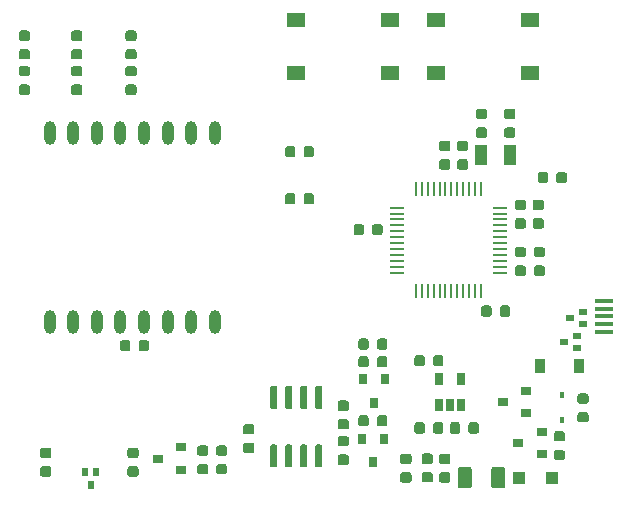
<source format=gbr>
G04 #@! TF.GenerationSoftware,KiCad,Pcbnew,5.99.0-unknown-06c979d~86~ubuntu18.04.1*
G04 #@! TF.CreationDate,2020-01-24T18:15:59+02:00*
G04 #@! TF.ProjectId,lora-bridge,6c6f7261-2d62-4726-9964-67652e6b6963,1.1*
G04 #@! TF.SameCoordinates,Original*
G04 #@! TF.FileFunction,Paste,Top*
G04 #@! TF.FilePolarity,Positive*
%FSLAX46Y46*%
G04 Gerber Fmt 4.6, Leading zero omitted, Abs format (unit mm)*
G04 Created by KiCad (PCBNEW 5.99.0-unknown-06c979d~86~ubuntu18.04.1) date 2020-01-24 18:15:59*
%MOMM*%
%LPD*%
G04 APERTURE LIST*
%ADD10R,0.450000X0.600000*%
%ADD11R,0.900000X1.200000*%
%ADD12R,0.900000X0.800000*%
%ADD13R,1.100000X1.100000*%
%ADD14R,0.660000X0.500000*%
%ADD15O,1.000000X2.000000*%
%ADD16R,0.500000X0.660000*%
%ADD17R,0.800000X0.900000*%
%ADD18R,0.650000X1.060000*%
%ADD19R,1.000000X1.800000*%
%ADD20R,1.550000X1.300000*%
%ADD21R,1.500000X0.450000*%
%ADD22R,1.300000X0.250000*%
%ADD23R,0.250000X1.300000*%
G04 APERTURE END LIST*
D10*
X140500000Y-125850000D03*
X140500000Y-127950000D03*
D11*
X141950000Y-123400000D03*
X138650000Y-123400000D03*
G36*
X119389962Y-108741651D02*
G01*
X119460930Y-108789070D01*
X119508349Y-108860038D01*
X119525000Y-108943750D01*
X119525000Y-109456250D01*
X119508349Y-109539962D01*
X119460930Y-109610930D01*
X119389962Y-109658349D01*
X119306250Y-109675000D01*
X118868750Y-109675000D01*
X118785038Y-109658349D01*
X118714070Y-109610930D01*
X118666651Y-109539962D01*
X118650000Y-109456250D01*
X118650000Y-108943750D01*
X118666651Y-108860038D01*
X118714070Y-108789070D01*
X118785038Y-108741651D01*
X118868750Y-108725000D01*
X119306250Y-108725000D01*
X119389962Y-108741651D01*
G37*
G36*
X117814962Y-108741651D02*
G01*
X117885930Y-108789070D01*
X117933349Y-108860038D01*
X117950000Y-108943750D01*
X117950000Y-109456250D01*
X117933349Y-109539962D01*
X117885930Y-109610930D01*
X117814962Y-109658349D01*
X117731250Y-109675000D01*
X117293750Y-109675000D01*
X117210038Y-109658349D01*
X117139070Y-109610930D01*
X117091651Y-109539962D01*
X117075000Y-109456250D01*
X117075000Y-108943750D01*
X117091651Y-108860038D01*
X117139070Y-108789070D01*
X117210038Y-108741651D01*
X117293750Y-108725000D01*
X117731250Y-108725000D01*
X117814962Y-108741651D01*
G37*
G36*
X139214962Y-106941651D02*
G01*
X139285930Y-106989070D01*
X139333349Y-107060038D01*
X139350000Y-107143750D01*
X139350000Y-107656250D01*
X139333349Y-107739962D01*
X139285930Y-107810930D01*
X139214962Y-107858349D01*
X139131250Y-107875000D01*
X138693750Y-107875000D01*
X138610038Y-107858349D01*
X138539070Y-107810930D01*
X138491651Y-107739962D01*
X138475000Y-107656250D01*
X138475000Y-107143750D01*
X138491651Y-107060038D01*
X138539070Y-106989070D01*
X138610038Y-106941651D01*
X138693750Y-106925000D01*
X139131250Y-106925000D01*
X139214962Y-106941651D01*
G37*
G36*
X140789962Y-106941651D02*
G01*
X140860930Y-106989070D01*
X140908349Y-107060038D01*
X140925000Y-107143750D01*
X140925000Y-107656250D01*
X140908349Y-107739962D01*
X140860930Y-107810930D01*
X140789962Y-107858349D01*
X140706250Y-107875000D01*
X140268750Y-107875000D01*
X140185038Y-107858349D01*
X140114070Y-107810930D01*
X140066651Y-107739962D01*
X140050000Y-107656250D01*
X140050000Y-107143750D01*
X140066651Y-107060038D01*
X140114070Y-106989070D01*
X140185038Y-106941651D01*
X140268750Y-106925000D01*
X140706250Y-106925000D01*
X140789962Y-106941651D01*
G37*
G36*
X135570671Y-131944030D02*
G01*
X135651777Y-131998223D01*
X135705970Y-132079329D01*
X135725000Y-132175000D01*
X135725000Y-133425000D01*
X135705970Y-133520671D01*
X135651777Y-133601777D01*
X135570671Y-133655970D01*
X135475000Y-133675000D01*
X134725000Y-133675000D01*
X134629329Y-133655970D01*
X134548223Y-133601777D01*
X134494030Y-133520671D01*
X134475000Y-133425000D01*
X134475000Y-132175000D01*
X134494030Y-132079329D01*
X134548223Y-131998223D01*
X134629329Y-131944030D01*
X134725000Y-131925000D01*
X135475000Y-131925000D01*
X135570671Y-131944030D01*
G37*
G36*
X132770671Y-131944030D02*
G01*
X132851777Y-131998223D01*
X132905970Y-132079329D01*
X132925000Y-132175000D01*
X132925000Y-133425000D01*
X132905970Y-133520671D01*
X132851777Y-133601777D01*
X132770671Y-133655970D01*
X132675000Y-133675000D01*
X131925000Y-133675000D01*
X131829329Y-133655970D01*
X131748223Y-133601777D01*
X131694030Y-133520671D01*
X131675000Y-133425000D01*
X131675000Y-132175000D01*
X131694030Y-132079329D01*
X131748223Y-131998223D01*
X131829329Y-131944030D01*
X131925000Y-131925000D01*
X132675000Y-131925000D01*
X132770671Y-131944030D01*
G37*
G36*
X142639962Y-125691651D02*
G01*
X142710930Y-125739070D01*
X142758349Y-125810038D01*
X142775000Y-125893750D01*
X142775000Y-126331250D01*
X142758349Y-126414962D01*
X142710930Y-126485930D01*
X142639962Y-126533349D01*
X142556250Y-126550000D01*
X142043750Y-126550000D01*
X141960038Y-126533349D01*
X141889070Y-126485930D01*
X141841651Y-126414962D01*
X141825000Y-126331250D01*
X141825000Y-125893750D01*
X141841651Y-125810038D01*
X141889070Y-125739070D01*
X141960038Y-125691651D01*
X142043750Y-125675000D01*
X142556250Y-125675000D01*
X142639962Y-125691651D01*
G37*
G36*
X142639962Y-127266651D02*
G01*
X142710930Y-127314070D01*
X142758349Y-127385038D01*
X142775000Y-127468750D01*
X142775000Y-127906250D01*
X142758349Y-127989962D01*
X142710930Y-128060930D01*
X142639962Y-128108349D01*
X142556250Y-128125000D01*
X142043750Y-128125000D01*
X141960038Y-128108349D01*
X141889070Y-128060930D01*
X141841651Y-127989962D01*
X141825000Y-127906250D01*
X141825000Y-127468750D01*
X141841651Y-127385038D01*
X141889070Y-127314070D01*
X141960038Y-127266651D01*
X142043750Y-127250000D01*
X142556250Y-127250000D01*
X142639962Y-127266651D01*
G37*
G36*
X140639962Y-130466651D02*
G01*
X140710930Y-130514070D01*
X140758349Y-130585038D01*
X140775000Y-130668750D01*
X140775000Y-131106250D01*
X140758349Y-131189962D01*
X140710930Y-131260930D01*
X140639962Y-131308349D01*
X140556250Y-131325000D01*
X140043750Y-131325000D01*
X139960038Y-131308349D01*
X139889070Y-131260930D01*
X139841651Y-131189962D01*
X139825000Y-131106250D01*
X139825000Y-130668750D01*
X139841651Y-130585038D01*
X139889070Y-130514070D01*
X139960038Y-130466651D01*
X140043750Y-130450000D01*
X140556250Y-130450000D01*
X140639962Y-130466651D01*
G37*
G36*
X140639962Y-128891651D02*
G01*
X140710930Y-128939070D01*
X140758349Y-129010038D01*
X140775000Y-129093750D01*
X140775000Y-129531250D01*
X140758349Y-129614962D01*
X140710930Y-129685930D01*
X140639962Y-129733349D01*
X140556250Y-129750000D01*
X140043750Y-129750000D01*
X139960038Y-129733349D01*
X139889070Y-129685930D01*
X139841651Y-129614962D01*
X139825000Y-129531250D01*
X139825000Y-129093750D01*
X139841651Y-129010038D01*
X139889070Y-128939070D01*
X139960038Y-128891651D01*
X140043750Y-128875000D01*
X140556250Y-128875000D01*
X140639962Y-128891651D01*
G37*
D12*
X135500000Y-126400000D03*
X137500000Y-125450000D03*
X137500000Y-127350000D03*
X136800000Y-129900000D03*
X138800000Y-128950000D03*
X138800000Y-130850000D03*
D13*
X139700000Y-132800000D03*
X136900000Y-132800000D03*
D14*
X142301584Y-118800000D03*
X142301584Y-119800000D03*
X141161584Y-119300000D03*
G36*
X125589962Y-121041651D02*
G01*
X125660930Y-121089070D01*
X125708349Y-121160038D01*
X125725000Y-121243750D01*
X125725000Y-121756250D01*
X125708349Y-121839962D01*
X125660930Y-121910930D01*
X125589962Y-121958349D01*
X125506250Y-121975000D01*
X125068750Y-121975000D01*
X124985038Y-121958349D01*
X124914070Y-121910930D01*
X124866651Y-121839962D01*
X124850000Y-121756250D01*
X124850000Y-121243750D01*
X124866651Y-121160038D01*
X124914070Y-121089070D01*
X124985038Y-121041651D01*
X125068750Y-121025000D01*
X125506250Y-121025000D01*
X125589962Y-121041651D01*
G37*
G36*
X124014962Y-121041651D02*
G01*
X124085930Y-121089070D01*
X124133349Y-121160038D01*
X124150000Y-121243750D01*
X124150000Y-121756250D01*
X124133349Y-121839962D01*
X124085930Y-121910930D01*
X124014962Y-121958349D01*
X123931250Y-121975000D01*
X123493750Y-121975000D01*
X123410038Y-121958349D01*
X123339070Y-121910930D01*
X123291651Y-121839962D01*
X123275000Y-121756250D01*
X123275000Y-121243750D01*
X123291651Y-121160038D01*
X123339070Y-121089070D01*
X123410038Y-121041651D01*
X123493750Y-121025000D01*
X123931250Y-121025000D01*
X124014962Y-121041651D01*
G37*
G36*
X117814962Y-104741651D02*
G01*
X117885930Y-104789070D01*
X117933349Y-104860038D01*
X117950000Y-104943750D01*
X117950000Y-105456250D01*
X117933349Y-105539962D01*
X117885930Y-105610930D01*
X117814962Y-105658349D01*
X117731250Y-105675000D01*
X117293750Y-105675000D01*
X117210038Y-105658349D01*
X117139070Y-105610930D01*
X117091651Y-105539962D01*
X117075000Y-105456250D01*
X117075000Y-104943750D01*
X117091651Y-104860038D01*
X117139070Y-104789070D01*
X117210038Y-104741651D01*
X117293750Y-104725000D01*
X117731250Y-104725000D01*
X117814962Y-104741651D01*
G37*
G36*
X119389962Y-104741651D02*
G01*
X119460930Y-104789070D01*
X119508349Y-104860038D01*
X119525000Y-104943750D01*
X119525000Y-105456250D01*
X119508349Y-105539962D01*
X119460930Y-105610930D01*
X119389962Y-105658349D01*
X119306250Y-105675000D01*
X118868750Y-105675000D01*
X118785038Y-105658349D01*
X118714070Y-105610930D01*
X118666651Y-105539962D01*
X118650000Y-105456250D01*
X118650000Y-104943750D01*
X118666651Y-104860038D01*
X118714070Y-104789070D01*
X118785038Y-104741651D01*
X118868750Y-104725000D01*
X119306250Y-104725000D01*
X119389962Y-104741651D01*
G37*
D15*
X111127284Y-119627284D03*
X109127284Y-119627284D03*
X107127284Y-119627284D03*
X105127284Y-119627284D03*
X103127284Y-119627284D03*
X101127284Y-119627284D03*
X99127284Y-119627284D03*
X97127284Y-119627284D03*
X97127284Y-103627284D03*
X99127284Y-103627284D03*
X101127284Y-103627284D03*
X103127284Y-103627284D03*
X105127284Y-103627284D03*
X107127284Y-103627284D03*
X109127284Y-103627284D03*
X111127284Y-103627284D03*
D16*
X100100000Y-132330000D03*
X101100000Y-132330000D03*
X100600000Y-133470000D03*
D17*
X124600000Y-126500000D03*
X123650000Y-124500000D03*
X125550000Y-124500000D03*
D18*
X130100000Y-126700000D03*
X131050000Y-126700000D03*
X132000000Y-126700000D03*
X132000000Y-124500000D03*
X130100000Y-124500000D03*
G36*
X124014962Y-122541651D02*
G01*
X124085930Y-122589070D01*
X124133349Y-122660038D01*
X124150000Y-122743750D01*
X124150000Y-123256250D01*
X124133349Y-123339962D01*
X124085930Y-123410930D01*
X124014962Y-123458349D01*
X123931250Y-123475000D01*
X123493750Y-123475000D01*
X123410038Y-123458349D01*
X123339070Y-123410930D01*
X123291651Y-123339962D01*
X123275000Y-123256250D01*
X123275000Y-122743750D01*
X123291651Y-122660038D01*
X123339070Y-122589070D01*
X123410038Y-122541651D01*
X123493750Y-122525000D01*
X123931250Y-122525000D01*
X124014962Y-122541651D01*
G37*
G36*
X125589962Y-122541651D02*
G01*
X125660930Y-122589070D01*
X125708349Y-122660038D01*
X125725000Y-122743750D01*
X125725000Y-123256250D01*
X125708349Y-123339962D01*
X125660930Y-123410930D01*
X125589962Y-123458349D01*
X125506250Y-123475000D01*
X125068750Y-123475000D01*
X124985038Y-123458349D01*
X124914070Y-123410930D01*
X124866651Y-123339962D01*
X124850000Y-123256250D01*
X124850000Y-122743750D01*
X124866651Y-122660038D01*
X124914070Y-122589070D01*
X124985038Y-122541651D01*
X125068750Y-122525000D01*
X125506250Y-122525000D01*
X125589962Y-122541651D01*
G37*
G36*
X104364962Y-97966651D02*
G01*
X104435930Y-98014070D01*
X104483349Y-98085038D01*
X104500000Y-98168750D01*
X104500000Y-98606250D01*
X104483349Y-98689962D01*
X104435930Y-98760930D01*
X104364962Y-98808349D01*
X104281250Y-98825000D01*
X103768750Y-98825000D01*
X103685038Y-98808349D01*
X103614070Y-98760930D01*
X103566651Y-98689962D01*
X103550000Y-98606250D01*
X103550000Y-98168750D01*
X103566651Y-98085038D01*
X103614070Y-98014070D01*
X103685038Y-97966651D01*
X103768750Y-97950000D01*
X104281250Y-97950000D01*
X104364962Y-97966651D01*
G37*
G36*
X104364962Y-99541651D02*
G01*
X104435930Y-99589070D01*
X104483349Y-99660038D01*
X104500000Y-99743750D01*
X104500000Y-100181250D01*
X104483349Y-100264962D01*
X104435930Y-100335930D01*
X104364962Y-100383349D01*
X104281250Y-100400000D01*
X103768750Y-100400000D01*
X103685038Y-100383349D01*
X103614070Y-100335930D01*
X103566651Y-100264962D01*
X103550000Y-100181250D01*
X103550000Y-99743750D01*
X103566651Y-99660038D01*
X103614070Y-99589070D01*
X103685038Y-99541651D01*
X103768750Y-99525000D01*
X104281250Y-99525000D01*
X104364962Y-99541651D01*
G37*
G36*
X95339962Y-97966651D02*
G01*
X95410930Y-98014070D01*
X95458349Y-98085038D01*
X95475000Y-98168750D01*
X95475000Y-98606250D01*
X95458349Y-98689962D01*
X95410930Y-98760930D01*
X95339962Y-98808349D01*
X95256250Y-98825000D01*
X94743750Y-98825000D01*
X94660038Y-98808349D01*
X94589070Y-98760930D01*
X94541651Y-98689962D01*
X94525000Y-98606250D01*
X94525000Y-98168750D01*
X94541651Y-98085038D01*
X94589070Y-98014070D01*
X94660038Y-97966651D01*
X94743750Y-97950000D01*
X95256250Y-97950000D01*
X95339962Y-97966651D01*
G37*
G36*
X95339962Y-99541651D02*
G01*
X95410930Y-99589070D01*
X95458349Y-99660038D01*
X95475000Y-99743750D01*
X95475000Y-100181250D01*
X95458349Y-100264962D01*
X95410930Y-100335930D01*
X95339962Y-100383349D01*
X95256250Y-100400000D01*
X94743750Y-100400000D01*
X94660038Y-100383349D01*
X94589070Y-100335930D01*
X94541651Y-100264962D01*
X94525000Y-100181250D01*
X94525000Y-99743750D01*
X94541651Y-99660038D01*
X94589070Y-99589070D01*
X94660038Y-99541651D01*
X94743750Y-99525000D01*
X95256250Y-99525000D01*
X95339962Y-99541651D01*
G37*
G36*
X99764962Y-97966651D02*
G01*
X99835930Y-98014070D01*
X99883349Y-98085038D01*
X99900000Y-98168750D01*
X99900000Y-98606250D01*
X99883349Y-98689962D01*
X99835930Y-98760930D01*
X99764962Y-98808349D01*
X99681250Y-98825000D01*
X99168750Y-98825000D01*
X99085038Y-98808349D01*
X99014070Y-98760930D01*
X98966651Y-98689962D01*
X98950000Y-98606250D01*
X98950000Y-98168750D01*
X98966651Y-98085038D01*
X99014070Y-98014070D01*
X99085038Y-97966651D01*
X99168750Y-97950000D01*
X99681250Y-97950000D01*
X99764962Y-97966651D01*
G37*
G36*
X99764962Y-99541651D02*
G01*
X99835930Y-99589070D01*
X99883349Y-99660038D01*
X99900000Y-99743750D01*
X99900000Y-100181250D01*
X99883349Y-100264962D01*
X99835930Y-100335930D01*
X99764962Y-100383349D01*
X99681250Y-100400000D01*
X99168750Y-100400000D01*
X99085038Y-100383349D01*
X99014070Y-100335930D01*
X98966651Y-100264962D01*
X98950000Y-100181250D01*
X98950000Y-99743750D01*
X98966651Y-99660038D01*
X99014070Y-99589070D01*
X99085038Y-99541651D01*
X99168750Y-99525000D01*
X99681250Y-99525000D01*
X99764962Y-99541651D01*
G37*
G36*
X104364962Y-96541651D02*
G01*
X104435930Y-96589070D01*
X104483349Y-96660038D01*
X104500000Y-96743750D01*
X104500000Y-97181250D01*
X104483349Y-97264962D01*
X104435930Y-97335930D01*
X104364962Y-97383349D01*
X104281250Y-97400000D01*
X103768750Y-97400000D01*
X103685038Y-97383349D01*
X103614070Y-97335930D01*
X103566651Y-97264962D01*
X103550000Y-97181250D01*
X103550000Y-96743750D01*
X103566651Y-96660038D01*
X103614070Y-96589070D01*
X103685038Y-96541651D01*
X103768750Y-96525000D01*
X104281250Y-96525000D01*
X104364962Y-96541651D01*
G37*
G36*
X104364962Y-94966651D02*
G01*
X104435930Y-95014070D01*
X104483349Y-95085038D01*
X104500000Y-95168750D01*
X104500000Y-95606250D01*
X104483349Y-95689962D01*
X104435930Y-95760930D01*
X104364962Y-95808349D01*
X104281250Y-95825000D01*
X103768750Y-95825000D01*
X103685038Y-95808349D01*
X103614070Y-95760930D01*
X103566651Y-95689962D01*
X103550000Y-95606250D01*
X103550000Y-95168750D01*
X103566651Y-95085038D01*
X103614070Y-95014070D01*
X103685038Y-94966651D01*
X103768750Y-94950000D01*
X104281250Y-94950000D01*
X104364962Y-94966651D01*
G37*
G36*
X95339962Y-96541651D02*
G01*
X95410930Y-96589070D01*
X95458349Y-96660038D01*
X95475000Y-96743750D01*
X95475000Y-97181250D01*
X95458349Y-97264962D01*
X95410930Y-97335930D01*
X95339962Y-97383349D01*
X95256250Y-97400000D01*
X94743750Y-97400000D01*
X94660038Y-97383349D01*
X94589070Y-97335930D01*
X94541651Y-97264962D01*
X94525000Y-97181250D01*
X94525000Y-96743750D01*
X94541651Y-96660038D01*
X94589070Y-96589070D01*
X94660038Y-96541651D01*
X94743750Y-96525000D01*
X95256250Y-96525000D01*
X95339962Y-96541651D01*
G37*
G36*
X95339962Y-94966651D02*
G01*
X95410930Y-95014070D01*
X95458349Y-95085038D01*
X95475000Y-95168750D01*
X95475000Y-95606250D01*
X95458349Y-95689962D01*
X95410930Y-95760930D01*
X95339962Y-95808349D01*
X95256250Y-95825000D01*
X94743750Y-95825000D01*
X94660038Y-95808349D01*
X94589070Y-95760930D01*
X94541651Y-95689962D01*
X94525000Y-95606250D01*
X94525000Y-95168750D01*
X94541651Y-95085038D01*
X94589070Y-95014070D01*
X94660038Y-94966651D01*
X94743750Y-94950000D01*
X95256250Y-94950000D01*
X95339962Y-94966651D01*
G37*
G36*
X99764963Y-96541651D02*
G01*
X99835931Y-96589070D01*
X99883350Y-96660038D01*
X99900001Y-96743750D01*
X99900001Y-97181250D01*
X99883350Y-97264962D01*
X99835931Y-97335930D01*
X99764963Y-97383349D01*
X99681251Y-97400000D01*
X99168751Y-97400000D01*
X99085039Y-97383349D01*
X99014071Y-97335930D01*
X98966652Y-97264962D01*
X98950001Y-97181250D01*
X98950001Y-96743750D01*
X98966652Y-96660038D01*
X99014071Y-96589070D01*
X99085039Y-96541651D01*
X99168751Y-96525000D01*
X99681251Y-96525000D01*
X99764963Y-96541651D01*
G37*
G36*
X99764963Y-94966651D02*
G01*
X99835931Y-95014070D01*
X99883350Y-95085038D01*
X99900001Y-95168750D01*
X99900001Y-95606250D01*
X99883350Y-95689962D01*
X99835931Y-95760930D01*
X99764963Y-95808349D01*
X99681251Y-95825000D01*
X99168751Y-95825000D01*
X99085039Y-95808349D01*
X99014071Y-95760930D01*
X98966652Y-95689962D01*
X98950001Y-95606250D01*
X98950001Y-95168750D01*
X98966652Y-95085038D01*
X99014071Y-95014070D01*
X99085039Y-94966651D01*
X99168751Y-94950000D01*
X99681251Y-94950000D01*
X99764963Y-94966651D01*
G37*
G36*
X130939962Y-104291651D02*
G01*
X131010930Y-104339070D01*
X131058349Y-104410038D01*
X131075000Y-104493750D01*
X131075000Y-104931250D01*
X131058349Y-105014962D01*
X131010930Y-105085930D01*
X130939962Y-105133349D01*
X130856250Y-105150000D01*
X130343750Y-105150000D01*
X130260038Y-105133349D01*
X130189070Y-105085930D01*
X130141651Y-105014962D01*
X130125000Y-104931250D01*
X130125000Y-104493750D01*
X130141651Y-104410038D01*
X130189070Y-104339070D01*
X130260038Y-104291651D01*
X130343750Y-104275000D01*
X130856250Y-104275000D01*
X130939962Y-104291651D01*
G37*
G36*
X130939962Y-105866651D02*
G01*
X131010930Y-105914070D01*
X131058349Y-105985038D01*
X131075000Y-106068750D01*
X131075000Y-106506250D01*
X131058349Y-106589962D01*
X131010930Y-106660930D01*
X130939962Y-106708349D01*
X130856250Y-106725000D01*
X130343750Y-106725000D01*
X130260038Y-106708349D01*
X130189070Y-106660930D01*
X130141651Y-106589962D01*
X130125000Y-106506250D01*
X130125000Y-106068750D01*
X130141651Y-105985038D01*
X130189070Y-105914070D01*
X130260038Y-105866651D01*
X130343750Y-105850000D01*
X130856250Y-105850000D01*
X130939962Y-105866651D01*
G37*
G36*
X129439962Y-130781651D02*
G01*
X129510930Y-130829070D01*
X129558349Y-130900038D01*
X129575000Y-130983750D01*
X129575000Y-131421250D01*
X129558349Y-131504962D01*
X129510930Y-131575930D01*
X129439962Y-131623349D01*
X129356250Y-131640000D01*
X128843750Y-131640000D01*
X128760038Y-131623349D01*
X128689070Y-131575930D01*
X128641651Y-131504962D01*
X128625000Y-131421250D01*
X128625000Y-130983750D01*
X128641651Y-130900038D01*
X128689070Y-130829070D01*
X128760038Y-130781651D01*
X128843750Y-130765000D01*
X129356250Y-130765000D01*
X129439962Y-130781651D01*
G37*
G36*
X129439962Y-132356651D02*
G01*
X129510930Y-132404070D01*
X129558349Y-132475038D01*
X129575000Y-132558750D01*
X129575000Y-132996250D01*
X129558349Y-133079962D01*
X129510930Y-133150930D01*
X129439962Y-133198349D01*
X129356250Y-133215000D01*
X128843750Y-133215000D01*
X128760038Y-133198349D01*
X128689070Y-133150930D01*
X128641651Y-133079962D01*
X128625000Y-132996250D01*
X128625000Y-132558750D01*
X128641651Y-132475038D01*
X128689070Y-132404070D01*
X128760038Y-132356651D01*
X128843750Y-132340000D01*
X129356250Y-132340000D01*
X129439962Y-132356651D01*
G37*
G36*
X127639962Y-130791651D02*
G01*
X127710930Y-130839070D01*
X127758349Y-130910038D01*
X127775000Y-130993750D01*
X127775000Y-131431250D01*
X127758349Y-131514962D01*
X127710930Y-131585930D01*
X127639962Y-131633349D01*
X127556250Y-131650000D01*
X127043750Y-131650000D01*
X126960038Y-131633349D01*
X126889070Y-131585930D01*
X126841651Y-131514962D01*
X126825000Y-131431250D01*
X126825000Y-130993750D01*
X126841651Y-130910038D01*
X126889070Y-130839070D01*
X126960038Y-130791651D01*
X127043750Y-130775000D01*
X127556250Y-130775000D01*
X127639962Y-130791651D01*
G37*
G36*
X127639962Y-132366651D02*
G01*
X127710930Y-132414070D01*
X127758349Y-132485038D01*
X127775000Y-132568750D01*
X127775000Y-133006250D01*
X127758349Y-133089962D01*
X127710930Y-133160930D01*
X127639962Y-133208349D01*
X127556250Y-133225000D01*
X127043750Y-133225000D01*
X126960038Y-133208349D01*
X126889070Y-133160930D01*
X126841651Y-133089962D01*
X126825000Y-133006250D01*
X126825000Y-132568750D01*
X126841651Y-132485038D01*
X126889070Y-132414070D01*
X126960038Y-132366651D01*
X127043750Y-132350000D01*
X127556250Y-132350000D01*
X127639962Y-132366651D01*
G37*
G36*
X130939962Y-132366651D02*
G01*
X131010930Y-132414070D01*
X131058349Y-132485038D01*
X131075000Y-132568750D01*
X131075000Y-133006250D01*
X131058349Y-133089962D01*
X131010930Y-133160930D01*
X130939962Y-133208349D01*
X130856250Y-133225000D01*
X130343750Y-133225000D01*
X130260038Y-133208349D01*
X130189070Y-133160930D01*
X130141651Y-133089962D01*
X130125000Y-133006250D01*
X130125000Y-132568750D01*
X130141651Y-132485038D01*
X130189070Y-132414070D01*
X130260038Y-132366651D01*
X130343750Y-132350000D01*
X130856250Y-132350000D01*
X130939962Y-132366651D01*
G37*
G36*
X130939962Y-130791651D02*
G01*
X131010930Y-130839070D01*
X131058349Y-130910038D01*
X131075000Y-130993750D01*
X131075000Y-131431250D01*
X131058349Y-131514962D01*
X131010930Y-131585930D01*
X130939962Y-131633349D01*
X130856250Y-131650000D01*
X130343750Y-131650000D01*
X130260038Y-131633349D01*
X130189070Y-131585930D01*
X130141651Y-131514962D01*
X130125000Y-131431250D01*
X130125000Y-130993750D01*
X130141651Y-130910038D01*
X130189070Y-130839070D01*
X130260038Y-130791651D01*
X130343750Y-130775000D01*
X130856250Y-130775000D01*
X130939962Y-130791651D01*
G37*
G36*
X124014962Y-127541651D02*
G01*
X124085930Y-127589070D01*
X124133349Y-127660038D01*
X124150000Y-127743750D01*
X124150000Y-128256250D01*
X124133349Y-128339962D01*
X124085930Y-128410930D01*
X124014962Y-128458349D01*
X123931250Y-128475000D01*
X123493750Y-128475000D01*
X123410038Y-128458349D01*
X123339070Y-128410930D01*
X123291651Y-128339962D01*
X123275000Y-128256250D01*
X123275000Y-127743750D01*
X123291651Y-127660038D01*
X123339070Y-127589070D01*
X123410038Y-127541651D01*
X123493750Y-127525000D01*
X123931250Y-127525000D01*
X124014962Y-127541651D01*
G37*
G36*
X125589962Y-127541651D02*
G01*
X125660930Y-127589070D01*
X125708349Y-127660038D01*
X125725000Y-127743750D01*
X125725000Y-128256250D01*
X125708349Y-128339962D01*
X125660930Y-128410930D01*
X125589962Y-128458349D01*
X125506250Y-128475000D01*
X125068750Y-128475000D01*
X124985038Y-128458349D01*
X124914070Y-128410930D01*
X124866651Y-128339962D01*
X124850000Y-128256250D01*
X124850000Y-127743750D01*
X124866651Y-127660038D01*
X124914070Y-127589070D01*
X124985038Y-127541651D01*
X125068750Y-127525000D01*
X125506250Y-127525000D01*
X125589962Y-127541651D01*
G37*
D17*
X124500000Y-131500000D03*
X123550000Y-129500000D03*
X125450000Y-129500000D03*
D19*
X133650001Y-105500001D03*
X136150001Y-105500001D03*
G36*
X120112403Y-130011418D02*
G01*
X120161066Y-130043934D01*
X120193582Y-130092597D01*
X120205000Y-130150000D01*
X120205000Y-131800000D01*
X120193582Y-131857403D01*
X120161066Y-131906066D01*
X120112403Y-131938582D01*
X120055000Y-131950000D01*
X119755000Y-131950000D01*
X119697597Y-131938582D01*
X119648934Y-131906066D01*
X119616418Y-131857403D01*
X119605000Y-131800000D01*
X119605000Y-130150000D01*
X119616418Y-130092597D01*
X119648934Y-130043934D01*
X119697597Y-130011418D01*
X119755000Y-130000000D01*
X120055000Y-130000000D01*
X120112403Y-130011418D01*
G37*
G36*
X118842403Y-130011418D02*
G01*
X118891066Y-130043934D01*
X118923582Y-130092597D01*
X118935000Y-130150000D01*
X118935000Y-131800000D01*
X118923582Y-131857403D01*
X118891066Y-131906066D01*
X118842403Y-131938582D01*
X118785000Y-131950000D01*
X118485000Y-131950000D01*
X118427597Y-131938582D01*
X118378934Y-131906066D01*
X118346418Y-131857403D01*
X118335000Y-131800000D01*
X118335000Y-130150000D01*
X118346418Y-130092597D01*
X118378934Y-130043934D01*
X118427597Y-130011418D01*
X118485000Y-130000000D01*
X118785000Y-130000000D01*
X118842403Y-130011418D01*
G37*
G36*
X117572403Y-130011418D02*
G01*
X117621066Y-130043934D01*
X117653582Y-130092597D01*
X117665000Y-130150000D01*
X117665000Y-131800000D01*
X117653582Y-131857403D01*
X117621066Y-131906066D01*
X117572403Y-131938582D01*
X117515000Y-131950000D01*
X117215000Y-131950000D01*
X117157597Y-131938582D01*
X117108934Y-131906066D01*
X117076418Y-131857403D01*
X117065000Y-131800000D01*
X117065000Y-130150000D01*
X117076418Y-130092597D01*
X117108934Y-130043934D01*
X117157597Y-130011418D01*
X117215000Y-130000000D01*
X117515000Y-130000000D01*
X117572403Y-130011418D01*
G37*
G36*
X116302403Y-130011418D02*
G01*
X116351066Y-130043934D01*
X116383582Y-130092597D01*
X116395000Y-130150000D01*
X116395000Y-131800000D01*
X116383582Y-131857403D01*
X116351066Y-131906066D01*
X116302403Y-131938582D01*
X116245000Y-131950000D01*
X115945000Y-131950000D01*
X115887597Y-131938582D01*
X115838934Y-131906066D01*
X115806418Y-131857403D01*
X115795000Y-131800000D01*
X115795000Y-130150000D01*
X115806418Y-130092597D01*
X115838934Y-130043934D01*
X115887597Y-130011418D01*
X115945000Y-130000000D01*
X116245000Y-130000000D01*
X116302403Y-130011418D01*
G37*
G36*
X116302403Y-125061418D02*
G01*
X116351066Y-125093934D01*
X116383582Y-125142597D01*
X116395000Y-125200000D01*
X116395000Y-126850000D01*
X116383582Y-126907403D01*
X116351066Y-126956066D01*
X116302403Y-126988582D01*
X116245000Y-127000000D01*
X115945000Y-127000000D01*
X115887597Y-126988582D01*
X115838934Y-126956066D01*
X115806418Y-126907403D01*
X115795000Y-126850000D01*
X115795000Y-125200000D01*
X115806418Y-125142597D01*
X115838934Y-125093934D01*
X115887597Y-125061418D01*
X115945000Y-125050000D01*
X116245000Y-125050000D01*
X116302403Y-125061418D01*
G37*
G36*
X117572403Y-125061418D02*
G01*
X117621066Y-125093934D01*
X117653582Y-125142597D01*
X117665000Y-125200000D01*
X117665000Y-126850000D01*
X117653582Y-126907403D01*
X117621066Y-126956066D01*
X117572403Y-126988582D01*
X117515000Y-127000000D01*
X117215000Y-127000000D01*
X117157597Y-126988582D01*
X117108934Y-126956066D01*
X117076418Y-126907403D01*
X117065000Y-126850000D01*
X117065000Y-125200000D01*
X117076418Y-125142597D01*
X117108934Y-125093934D01*
X117157597Y-125061418D01*
X117215000Y-125050000D01*
X117515000Y-125050000D01*
X117572403Y-125061418D01*
G37*
G36*
X118842403Y-125061418D02*
G01*
X118891066Y-125093934D01*
X118923582Y-125142597D01*
X118935000Y-125200000D01*
X118935000Y-126850000D01*
X118923582Y-126907403D01*
X118891066Y-126956066D01*
X118842403Y-126988582D01*
X118785000Y-127000000D01*
X118485000Y-127000000D01*
X118427597Y-126988582D01*
X118378934Y-126956066D01*
X118346418Y-126907403D01*
X118335000Y-126850000D01*
X118335000Y-125200000D01*
X118346418Y-125142597D01*
X118378934Y-125093934D01*
X118427597Y-125061418D01*
X118485000Y-125050000D01*
X118785000Y-125050000D01*
X118842403Y-125061418D01*
G37*
G36*
X120112403Y-125061418D02*
G01*
X120161066Y-125093934D01*
X120193582Y-125142597D01*
X120205000Y-125200000D01*
X120205000Y-126850000D01*
X120193582Y-126907403D01*
X120161066Y-126956066D01*
X120112403Y-126988582D01*
X120055000Y-127000000D01*
X119755000Y-127000000D01*
X119697597Y-126988582D01*
X119648934Y-126956066D01*
X119616418Y-126907403D01*
X119605000Y-126850000D01*
X119605000Y-125200000D01*
X119616418Y-125142597D01*
X119648934Y-125093934D01*
X119697597Y-125061418D01*
X119755000Y-125050000D01*
X120055000Y-125050000D01*
X120112403Y-125061418D01*
G37*
D20*
X137775000Y-98550000D03*
X137775000Y-94050000D03*
X129825000Y-94050000D03*
X129825000Y-98550000D03*
X125975000Y-98550000D03*
X125975000Y-94050000D03*
X118025000Y-94050000D03*
X118025000Y-98550000D03*
G36*
X114339962Y-129866651D02*
G01*
X114410930Y-129914070D01*
X114458349Y-129985038D01*
X114475000Y-130068750D01*
X114475000Y-130506250D01*
X114458349Y-130589962D01*
X114410930Y-130660930D01*
X114339962Y-130708349D01*
X114256250Y-130725000D01*
X113743750Y-130725000D01*
X113660038Y-130708349D01*
X113589070Y-130660930D01*
X113541651Y-130589962D01*
X113525000Y-130506250D01*
X113525000Y-130068750D01*
X113541651Y-129985038D01*
X113589070Y-129914070D01*
X113660038Y-129866651D01*
X113743750Y-129850000D01*
X114256250Y-129850000D01*
X114339962Y-129866651D01*
G37*
G36*
X114339962Y-128291651D02*
G01*
X114410930Y-128339070D01*
X114458349Y-128410038D01*
X114475000Y-128493750D01*
X114475000Y-128931250D01*
X114458349Y-129014962D01*
X114410930Y-129085930D01*
X114339962Y-129133349D01*
X114256250Y-129150000D01*
X113743750Y-129150000D01*
X113660038Y-129133349D01*
X113589070Y-129085930D01*
X113541651Y-129014962D01*
X113525000Y-128931250D01*
X113525000Y-128493750D01*
X113541651Y-128410038D01*
X113589070Y-128339070D01*
X113660038Y-128291651D01*
X113743750Y-128275000D01*
X114256250Y-128275000D01*
X114339962Y-128291651D01*
G37*
G36*
X104539962Y-131866650D02*
G01*
X104610930Y-131914069D01*
X104658349Y-131985037D01*
X104675000Y-132068749D01*
X104675000Y-132506249D01*
X104658349Y-132589961D01*
X104610930Y-132660929D01*
X104539962Y-132708348D01*
X104456250Y-132724999D01*
X103943750Y-132724999D01*
X103860038Y-132708348D01*
X103789070Y-132660929D01*
X103741651Y-132589961D01*
X103725000Y-132506249D01*
X103725000Y-132068749D01*
X103741651Y-131985037D01*
X103789070Y-131914069D01*
X103860038Y-131866650D01*
X103943750Y-131849999D01*
X104456250Y-131849999D01*
X104539962Y-131866650D01*
G37*
G36*
X104539962Y-130291650D02*
G01*
X104610930Y-130339069D01*
X104658349Y-130410037D01*
X104675000Y-130493749D01*
X104675000Y-130931249D01*
X104658349Y-131014961D01*
X104610930Y-131085929D01*
X104539962Y-131133348D01*
X104456250Y-131149999D01*
X103943750Y-131149999D01*
X103860038Y-131133348D01*
X103789070Y-131085929D01*
X103741651Y-131014961D01*
X103725000Y-130931249D01*
X103725000Y-130493749D01*
X103741651Y-130410037D01*
X103789070Y-130339069D01*
X103860038Y-130291650D01*
X103943750Y-130274999D01*
X104456250Y-130274999D01*
X104539962Y-130291650D01*
G37*
G36*
X97139962Y-131866651D02*
G01*
X97210930Y-131914070D01*
X97258349Y-131985038D01*
X97275000Y-132068750D01*
X97275000Y-132506250D01*
X97258349Y-132589962D01*
X97210930Y-132660930D01*
X97139962Y-132708349D01*
X97056250Y-132725000D01*
X96543750Y-132725000D01*
X96460038Y-132708349D01*
X96389070Y-132660930D01*
X96341651Y-132589962D01*
X96325000Y-132506250D01*
X96325000Y-132068750D01*
X96341651Y-131985038D01*
X96389070Y-131914070D01*
X96460038Y-131866651D01*
X96543750Y-131850000D01*
X97056250Y-131850000D01*
X97139962Y-131866651D01*
G37*
G36*
X97139962Y-130291651D02*
G01*
X97210930Y-130339070D01*
X97258349Y-130410038D01*
X97275000Y-130493750D01*
X97275000Y-130931250D01*
X97258349Y-131014962D01*
X97210930Y-131085930D01*
X97139962Y-131133349D01*
X97056250Y-131150000D01*
X96543750Y-131150000D01*
X96460038Y-131133349D01*
X96389070Y-131085930D01*
X96341651Y-131014962D01*
X96325000Y-130931250D01*
X96325000Y-130493750D01*
X96341651Y-130410038D01*
X96389070Y-130339070D01*
X96460038Y-130291651D01*
X96543750Y-130275000D01*
X97056250Y-130275000D01*
X97139962Y-130291651D01*
G37*
G36*
X112039961Y-130091651D02*
G01*
X112110929Y-130139070D01*
X112158348Y-130210038D01*
X112174999Y-130293750D01*
X112174999Y-130731250D01*
X112158348Y-130814962D01*
X112110929Y-130885930D01*
X112039961Y-130933349D01*
X111956249Y-130950000D01*
X111443749Y-130950000D01*
X111360037Y-130933349D01*
X111289069Y-130885930D01*
X111241650Y-130814962D01*
X111224999Y-130731250D01*
X111224999Y-130293750D01*
X111241650Y-130210038D01*
X111289069Y-130139070D01*
X111360037Y-130091651D01*
X111443749Y-130075000D01*
X111956249Y-130075000D01*
X112039961Y-130091651D01*
G37*
G36*
X112039961Y-131666651D02*
G01*
X112110929Y-131714070D01*
X112158348Y-131785038D01*
X112174999Y-131868750D01*
X112174999Y-132306250D01*
X112158348Y-132389962D01*
X112110929Y-132460930D01*
X112039961Y-132508349D01*
X111956249Y-132525000D01*
X111443749Y-132525000D01*
X111360037Y-132508349D01*
X111289069Y-132460930D01*
X111241650Y-132389962D01*
X111224999Y-132306250D01*
X111224999Y-131868750D01*
X111241650Y-131785038D01*
X111289069Y-131714070D01*
X111360037Y-131666651D01*
X111443749Y-131650000D01*
X111956249Y-131650000D01*
X112039961Y-131666651D01*
G37*
G36*
X110439962Y-130091650D02*
G01*
X110510930Y-130139069D01*
X110558349Y-130210037D01*
X110575000Y-130293749D01*
X110575000Y-130731249D01*
X110558349Y-130814961D01*
X110510930Y-130885929D01*
X110439962Y-130933348D01*
X110356250Y-130949999D01*
X109843750Y-130949999D01*
X109760038Y-130933348D01*
X109689070Y-130885929D01*
X109641651Y-130814961D01*
X109625000Y-130731249D01*
X109625000Y-130293749D01*
X109641651Y-130210037D01*
X109689070Y-130139069D01*
X109760038Y-130091650D01*
X109843750Y-130074999D01*
X110356250Y-130074999D01*
X110439962Y-130091650D01*
G37*
G36*
X110439962Y-131666650D02*
G01*
X110510930Y-131714069D01*
X110558349Y-131785037D01*
X110575000Y-131868749D01*
X110575000Y-132306249D01*
X110558349Y-132389961D01*
X110510930Y-132460929D01*
X110439962Y-132508348D01*
X110356250Y-132524999D01*
X109843750Y-132524999D01*
X109760038Y-132508348D01*
X109689070Y-132460929D01*
X109641651Y-132389961D01*
X109625000Y-132306249D01*
X109625000Y-131868749D01*
X109641651Y-131785037D01*
X109689070Y-131714069D01*
X109760038Y-131666650D01*
X109843750Y-131649999D01*
X110356250Y-131649999D01*
X110439962Y-131666650D01*
G37*
G36*
X122339962Y-126291651D02*
G01*
X122410930Y-126339070D01*
X122458349Y-126410038D01*
X122475000Y-126493750D01*
X122475000Y-126931250D01*
X122458349Y-127014962D01*
X122410930Y-127085930D01*
X122339962Y-127133349D01*
X122256250Y-127150000D01*
X121743750Y-127150000D01*
X121660038Y-127133349D01*
X121589070Y-127085930D01*
X121541651Y-127014962D01*
X121525000Y-126931250D01*
X121525000Y-126493750D01*
X121541651Y-126410038D01*
X121589070Y-126339070D01*
X121660038Y-126291651D01*
X121743750Y-126275000D01*
X122256250Y-126275000D01*
X122339962Y-126291651D01*
G37*
G36*
X122339962Y-127866651D02*
G01*
X122410930Y-127914070D01*
X122458349Y-127985038D01*
X122475000Y-128068750D01*
X122475000Y-128506250D01*
X122458349Y-128589962D01*
X122410930Y-128660930D01*
X122339962Y-128708349D01*
X122256250Y-128725000D01*
X121743750Y-128725000D01*
X121660038Y-128708349D01*
X121589070Y-128660930D01*
X121541651Y-128589962D01*
X121525000Y-128506250D01*
X121525000Y-128068750D01*
X121541651Y-127985038D01*
X121589070Y-127914070D01*
X121660038Y-127866651D01*
X121743750Y-127850000D01*
X122256250Y-127850000D01*
X122339962Y-127866651D01*
G37*
G36*
X138939962Y-113291651D02*
G01*
X139010930Y-113339070D01*
X139058349Y-113410038D01*
X139075000Y-113493750D01*
X139075000Y-113931250D01*
X139058349Y-114014962D01*
X139010930Y-114085930D01*
X138939962Y-114133349D01*
X138856250Y-114150000D01*
X138343750Y-114150000D01*
X138260038Y-114133349D01*
X138189070Y-114085930D01*
X138141651Y-114014962D01*
X138125000Y-113931250D01*
X138125000Y-113493750D01*
X138141651Y-113410038D01*
X138189070Y-113339070D01*
X138260038Y-113291651D01*
X138343750Y-113275000D01*
X138856250Y-113275000D01*
X138939962Y-113291651D01*
G37*
G36*
X138939962Y-114866651D02*
G01*
X139010930Y-114914070D01*
X139058349Y-114985038D01*
X139075000Y-115068750D01*
X139075000Y-115506250D01*
X139058349Y-115589962D01*
X139010930Y-115660930D01*
X138939962Y-115708349D01*
X138856250Y-115725000D01*
X138343750Y-115725000D01*
X138260038Y-115708349D01*
X138189070Y-115660930D01*
X138141651Y-115589962D01*
X138125000Y-115506250D01*
X138125000Y-115068750D01*
X138141651Y-114985038D01*
X138189070Y-114914070D01*
X138260038Y-114866651D01*
X138343750Y-114850000D01*
X138856250Y-114850000D01*
X138939962Y-114866651D01*
G37*
D12*
X106300000Y-131200000D03*
X108300000Y-130250000D03*
X108300000Y-132150000D03*
D21*
X144055000Y-119150000D03*
X144055000Y-118500000D03*
X144055000Y-119800000D03*
X144055000Y-117850000D03*
X144055000Y-120450000D03*
D14*
X141801584Y-120800000D03*
X141801584Y-121800000D03*
X140661584Y-121300000D03*
G36*
X133339962Y-128141651D02*
G01*
X133410930Y-128189070D01*
X133458349Y-128260038D01*
X133475000Y-128343750D01*
X133475000Y-128856250D01*
X133458349Y-128939962D01*
X133410930Y-129010930D01*
X133339962Y-129058349D01*
X133256250Y-129075000D01*
X132818750Y-129075000D01*
X132735038Y-129058349D01*
X132664070Y-129010930D01*
X132616651Y-128939962D01*
X132600000Y-128856250D01*
X132600000Y-128343750D01*
X132616651Y-128260038D01*
X132664070Y-128189070D01*
X132735038Y-128141651D01*
X132818750Y-128125000D01*
X133256250Y-128125000D01*
X133339962Y-128141651D01*
G37*
G36*
X131764962Y-128141651D02*
G01*
X131835930Y-128189070D01*
X131883349Y-128260038D01*
X131900000Y-128343750D01*
X131900000Y-128856250D01*
X131883349Y-128939962D01*
X131835930Y-129010930D01*
X131764962Y-129058349D01*
X131681250Y-129075000D01*
X131243750Y-129075000D01*
X131160038Y-129058349D01*
X131089070Y-129010930D01*
X131041651Y-128939962D01*
X131025000Y-128856250D01*
X131025000Y-128343750D01*
X131041651Y-128260038D01*
X131089070Y-128189070D01*
X131160038Y-128141651D01*
X131243750Y-128125000D01*
X131681250Y-128125000D01*
X131764962Y-128141651D01*
G37*
G36*
X122339962Y-129291651D02*
G01*
X122410930Y-129339070D01*
X122458349Y-129410038D01*
X122475000Y-129493750D01*
X122475000Y-129931250D01*
X122458349Y-130014962D01*
X122410930Y-130085930D01*
X122339962Y-130133349D01*
X122256250Y-130150000D01*
X121743750Y-130150000D01*
X121660038Y-130133349D01*
X121589070Y-130085930D01*
X121541651Y-130014962D01*
X121525000Y-129931250D01*
X121525000Y-129493750D01*
X121541651Y-129410038D01*
X121589070Y-129339070D01*
X121660038Y-129291651D01*
X121743750Y-129275000D01*
X122256250Y-129275000D01*
X122339962Y-129291651D01*
G37*
G36*
X122339962Y-130866651D02*
G01*
X122410930Y-130914070D01*
X122458349Y-130985038D01*
X122475000Y-131068750D01*
X122475000Y-131506250D01*
X122458349Y-131589962D01*
X122410930Y-131660930D01*
X122339962Y-131708349D01*
X122256250Y-131725000D01*
X121743750Y-131725000D01*
X121660038Y-131708349D01*
X121589070Y-131660930D01*
X121541651Y-131589962D01*
X121525000Y-131506250D01*
X121525000Y-131068750D01*
X121541651Y-130985038D01*
X121589070Y-130914070D01*
X121660038Y-130866651D01*
X121743750Y-130850000D01*
X122256250Y-130850000D01*
X122339962Y-130866651D01*
G37*
G36*
X128764962Y-122441651D02*
G01*
X128835930Y-122489070D01*
X128883349Y-122560038D01*
X128900000Y-122643750D01*
X128900000Y-123156250D01*
X128883349Y-123239962D01*
X128835930Y-123310930D01*
X128764962Y-123358349D01*
X128681250Y-123375000D01*
X128243750Y-123375000D01*
X128160038Y-123358349D01*
X128089070Y-123310930D01*
X128041651Y-123239962D01*
X128025000Y-123156250D01*
X128025000Y-122643750D01*
X128041651Y-122560038D01*
X128089070Y-122489070D01*
X128160038Y-122441651D01*
X128243750Y-122425000D01*
X128681250Y-122425000D01*
X128764962Y-122441651D01*
G37*
G36*
X130339962Y-122441651D02*
G01*
X130410930Y-122489070D01*
X130458349Y-122560038D01*
X130475000Y-122643750D01*
X130475000Y-123156250D01*
X130458349Y-123239962D01*
X130410930Y-123310930D01*
X130339962Y-123358349D01*
X130256250Y-123375000D01*
X129818750Y-123375000D01*
X129735038Y-123358349D01*
X129664070Y-123310930D01*
X129616651Y-123239962D01*
X129600000Y-123156250D01*
X129600000Y-122643750D01*
X129616651Y-122560038D01*
X129664070Y-122489070D01*
X129735038Y-122441651D01*
X129818750Y-122425000D01*
X130256250Y-122425000D01*
X130339962Y-122441651D01*
G37*
G36*
X103842246Y-121163935D02*
G01*
X103913214Y-121211354D01*
X103960633Y-121282322D01*
X103977284Y-121366034D01*
X103977284Y-121878534D01*
X103960633Y-121962246D01*
X103913214Y-122033214D01*
X103842246Y-122080633D01*
X103758534Y-122097284D01*
X103321034Y-122097284D01*
X103237322Y-122080633D01*
X103166354Y-122033214D01*
X103118935Y-121962246D01*
X103102284Y-121878534D01*
X103102284Y-121366034D01*
X103118935Y-121282322D01*
X103166354Y-121211354D01*
X103237322Y-121163935D01*
X103321034Y-121147284D01*
X103758534Y-121147284D01*
X103842246Y-121163935D01*
G37*
G36*
X105417246Y-121163935D02*
G01*
X105488214Y-121211354D01*
X105535633Y-121282322D01*
X105552284Y-121366034D01*
X105552284Y-121878534D01*
X105535633Y-121962246D01*
X105488214Y-122033214D01*
X105417246Y-122080633D01*
X105333534Y-122097284D01*
X104896034Y-122097284D01*
X104812322Y-122080633D01*
X104741354Y-122033214D01*
X104693935Y-121962246D01*
X104677284Y-121878534D01*
X104677284Y-121366034D01*
X104693935Y-121282322D01*
X104741354Y-121211354D01*
X104812322Y-121163935D01*
X104896034Y-121147284D01*
X105333534Y-121147284D01*
X105417246Y-121163935D01*
G37*
G36*
X138839962Y-109291651D02*
G01*
X138910930Y-109339070D01*
X138958349Y-109410038D01*
X138975000Y-109493750D01*
X138975000Y-109931250D01*
X138958349Y-110014962D01*
X138910930Y-110085930D01*
X138839962Y-110133349D01*
X138756250Y-110150000D01*
X138243750Y-110150000D01*
X138160038Y-110133349D01*
X138089070Y-110085930D01*
X138041651Y-110014962D01*
X138025000Y-109931250D01*
X138025000Y-109493750D01*
X138041651Y-109410038D01*
X138089070Y-109339070D01*
X138160038Y-109291651D01*
X138243750Y-109275000D01*
X138756250Y-109275000D01*
X138839962Y-109291651D01*
G37*
G36*
X138839962Y-110866651D02*
G01*
X138910930Y-110914070D01*
X138958349Y-110985038D01*
X138975000Y-111068750D01*
X138975000Y-111506250D01*
X138958349Y-111589962D01*
X138910930Y-111660930D01*
X138839962Y-111708349D01*
X138756250Y-111725000D01*
X138243750Y-111725000D01*
X138160038Y-111708349D01*
X138089070Y-111660930D01*
X138041651Y-111589962D01*
X138025000Y-111506250D01*
X138025000Y-111068750D01*
X138041651Y-110985038D01*
X138089070Y-110914070D01*
X138160038Y-110866651D01*
X138243750Y-110850000D01*
X138756250Y-110850000D01*
X138839962Y-110866651D01*
G37*
G36*
X137339962Y-109291651D02*
G01*
X137410930Y-109339070D01*
X137458349Y-109410038D01*
X137475000Y-109493750D01*
X137475000Y-109931250D01*
X137458349Y-110014962D01*
X137410930Y-110085930D01*
X137339962Y-110133349D01*
X137256250Y-110150000D01*
X136743750Y-110150000D01*
X136660038Y-110133349D01*
X136589070Y-110085930D01*
X136541651Y-110014962D01*
X136525000Y-109931250D01*
X136525000Y-109493750D01*
X136541651Y-109410038D01*
X136589070Y-109339070D01*
X136660038Y-109291651D01*
X136743750Y-109275000D01*
X137256250Y-109275000D01*
X137339962Y-109291651D01*
G37*
G36*
X137339962Y-110866651D02*
G01*
X137410930Y-110914070D01*
X137458349Y-110985038D01*
X137475000Y-111068750D01*
X137475000Y-111506250D01*
X137458349Y-111589962D01*
X137410930Y-111660930D01*
X137339962Y-111708349D01*
X137256250Y-111725000D01*
X136743750Y-111725000D01*
X136660038Y-111708349D01*
X136589070Y-111660930D01*
X136541651Y-111589962D01*
X136525000Y-111506250D01*
X136525000Y-111068750D01*
X136541651Y-110985038D01*
X136589070Y-110914070D01*
X136660038Y-110866651D01*
X136743750Y-110850000D01*
X137256250Y-110850000D01*
X137339962Y-110866651D01*
G37*
G36*
X128764962Y-128141651D02*
G01*
X128835930Y-128189070D01*
X128883349Y-128260038D01*
X128900000Y-128343750D01*
X128900000Y-128856250D01*
X128883349Y-128939962D01*
X128835930Y-129010930D01*
X128764962Y-129058349D01*
X128681250Y-129075000D01*
X128243750Y-129075000D01*
X128160038Y-129058349D01*
X128089070Y-129010930D01*
X128041651Y-128939962D01*
X128025000Y-128856250D01*
X128025000Y-128343750D01*
X128041651Y-128260038D01*
X128089070Y-128189070D01*
X128160038Y-128141651D01*
X128243750Y-128125000D01*
X128681250Y-128125000D01*
X128764962Y-128141651D01*
G37*
G36*
X130339962Y-128141651D02*
G01*
X130410930Y-128189070D01*
X130458349Y-128260038D01*
X130475000Y-128343750D01*
X130475000Y-128856250D01*
X130458349Y-128939962D01*
X130410930Y-129010930D01*
X130339962Y-129058349D01*
X130256250Y-129075000D01*
X129818750Y-129075000D01*
X129735038Y-129058349D01*
X129664070Y-129010930D01*
X129616651Y-128939962D01*
X129600000Y-128856250D01*
X129600000Y-128343750D01*
X129616651Y-128260038D01*
X129664070Y-128189070D01*
X129735038Y-128141651D01*
X129818750Y-128125000D01*
X130256250Y-128125000D01*
X130339962Y-128141651D01*
G37*
G36*
X135989962Y-118241651D02*
G01*
X136060930Y-118289070D01*
X136108349Y-118360038D01*
X136125000Y-118443750D01*
X136125000Y-118956250D01*
X136108349Y-119039962D01*
X136060930Y-119110930D01*
X135989962Y-119158349D01*
X135906250Y-119175000D01*
X135468750Y-119175000D01*
X135385038Y-119158349D01*
X135314070Y-119110930D01*
X135266651Y-119039962D01*
X135250000Y-118956250D01*
X135250000Y-118443750D01*
X135266651Y-118360038D01*
X135314070Y-118289070D01*
X135385038Y-118241651D01*
X135468750Y-118225000D01*
X135906250Y-118225000D01*
X135989962Y-118241651D01*
G37*
G36*
X134414962Y-118241651D02*
G01*
X134485930Y-118289070D01*
X134533349Y-118360038D01*
X134550000Y-118443750D01*
X134550000Y-118956250D01*
X134533349Y-119039962D01*
X134485930Y-119110930D01*
X134414962Y-119158349D01*
X134331250Y-119175000D01*
X133893750Y-119175000D01*
X133810038Y-119158349D01*
X133739070Y-119110930D01*
X133691651Y-119039962D01*
X133675000Y-118956250D01*
X133675000Y-118443750D01*
X133691651Y-118360038D01*
X133739070Y-118289070D01*
X133810038Y-118241651D01*
X133893750Y-118225000D01*
X134331250Y-118225000D01*
X134414962Y-118241651D01*
G37*
G36*
X123614962Y-111341651D02*
G01*
X123685930Y-111389070D01*
X123733349Y-111460038D01*
X123750000Y-111543750D01*
X123750000Y-112056250D01*
X123733349Y-112139962D01*
X123685930Y-112210930D01*
X123614962Y-112258349D01*
X123531250Y-112275000D01*
X123093750Y-112275000D01*
X123010038Y-112258349D01*
X122939070Y-112210930D01*
X122891651Y-112139962D01*
X122875000Y-112056250D01*
X122875000Y-111543750D01*
X122891651Y-111460038D01*
X122939070Y-111389070D01*
X123010038Y-111341651D01*
X123093750Y-111325000D01*
X123531250Y-111325000D01*
X123614962Y-111341651D01*
G37*
G36*
X125189962Y-111341651D02*
G01*
X125260930Y-111389070D01*
X125308349Y-111460038D01*
X125325000Y-111543750D01*
X125325000Y-112056250D01*
X125308349Y-112139962D01*
X125260930Y-112210930D01*
X125189962Y-112258349D01*
X125106250Y-112275000D01*
X124668750Y-112275000D01*
X124585038Y-112258349D01*
X124514070Y-112210930D01*
X124466651Y-112139962D01*
X124450000Y-112056250D01*
X124450000Y-111543750D01*
X124466651Y-111460038D01*
X124514070Y-111389070D01*
X124585038Y-111341651D01*
X124668750Y-111325000D01*
X125106250Y-111325000D01*
X125189962Y-111341651D01*
G37*
G36*
X132439962Y-104291651D02*
G01*
X132510930Y-104339070D01*
X132558349Y-104410038D01*
X132575000Y-104493750D01*
X132575000Y-104931250D01*
X132558349Y-105014962D01*
X132510930Y-105085930D01*
X132439962Y-105133349D01*
X132356250Y-105150000D01*
X131843750Y-105150000D01*
X131760038Y-105133349D01*
X131689070Y-105085930D01*
X131641651Y-105014962D01*
X131625000Y-104931250D01*
X131625000Y-104493750D01*
X131641651Y-104410038D01*
X131689070Y-104339070D01*
X131760038Y-104291651D01*
X131843750Y-104275000D01*
X132356250Y-104275000D01*
X132439962Y-104291651D01*
G37*
G36*
X132439962Y-105866651D02*
G01*
X132510930Y-105914070D01*
X132558349Y-105985038D01*
X132575000Y-106068750D01*
X132575000Y-106506250D01*
X132558349Y-106589962D01*
X132510930Y-106660930D01*
X132439962Y-106708349D01*
X132356250Y-106725000D01*
X131843750Y-106725000D01*
X131760038Y-106708349D01*
X131689070Y-106660930D01*
X131641651Y-106589962D01*
X131625000Y-106506250D01*
X131625000Y-106068750D01*
X131641651Y-105985038D01*
X131689070Y-105914070D01*
X131760038Y-105866651D01*
X131843750Y-105850000D01*
X132356250Y-105850000D01*
X132439962Y-105866651D01*
G37*
G36*
X137339962Y-114866651D02*
G01*
X137410930Y-114914070D01*
X137458349Y-114985038D01*
X137475000Y-115068750D01*
X137475000Y-115506250D01*
X137458349Y-115589962D01*
X137410930Y-115660930D01*
X137339962Y-115708349D01*
X137256250Y-115725000D01*
X136743750Y-115725000D01*
X136660038Y-115708349D01*
X136589070Y-115660930D01*
X136541651Y-115589962D01*
X136525000Y-115506250D01*
X136525000Y-115068750D01*
X136541651Y-114985038D01*
X136589070Y-114914070D01*
X136660038Y-114866651D01*
X136743750Y-114850000D01*
X137256250Y-114850000D01*
X137339962Y-114866651D01*
G37*
G36*
X137339962Y-113291651D02*
G01*
X137410930Y-113339070D01*
X137458349Y-113410038D01*
X137475000Y-113493750D01*
X137475000Y-113931250D01*
X137458349Y-114014962D01*
X137410930Y-114085930D01*
X137339962Y-114133349D01*
X137256250Y-114150000D01*
X136743750Y-114150000D01*
X136660038Y-114133349D01*
X136589070Y-114085930D01*
X136541651Y-114014962D01*
X136525000Y-113931250D01*
X136525000Y-113493750D01*
X136541651Y-113410038D01*
X136589070Y-113339070D01*
X136660038Y-113291651D01*
X136743750Y-113275000D01*
X137256250Y-113275000D01*
X137339962Y-113291651D01*
G37*
G36*
X134039962Y-101591651D02*
G01*
X134110930Y-101639070D01*
X134158349Y-101710038D01*
X134175000Y-101793750D01*
X134175000Y-102231250D01*
X134158349Y-102314962D01*
X134110930Y-102385930D01*
X134039962Y-102433349D01*
X133956250Y-102450000D01*
X133443750Y-102450000D01*
X133360038Y-102433349D01*
X133289070Y-102385930D01*
X133241651Y-102314962D01*
X133225000Y-102231250D01*
X133225000Y-101793750D01*
X133241651Y-101710038D01*
X133289070Y-101639070D01*
X133360038Y-101591651D01*
X133443750Y-101575000D01*
X133956250Y-101575000D01*
X134039962Y-101591651D01*
G37*
G36*
X134039962Y-103166651D02*
G01*
X134110930Y-103214070D01*
X134158349Y-103285038D01*
X134175000Y-103368750D01*
X134175000Y-103806250D01*
X134158349Y-103889962D01*
X134110930Y-103960930D01*
X134039962Y-104008349D01*
X133956250Y-104025000D01*
X133443750Y-104025000D01*
X133360038Y-104008349D01*
X133289070Y-103960930D01*
X133241651Y-103889962D01*
X133225000Y-103806250D01*
X133225000Y-103368750D01*
X133241651Y-103285038D01*
X133289070Y-103214070D01*
X133360038Y-103166651D01*
X133443750Y-103150000D01*
X133956250Y-103150000D01*
X134039962Y-103166651D01*
G37*
G36*
X136439962Y-101591651D02*
G01*
X136510930Y-101639070D01*
X136558349Y-101710038D01*
X136575000Y-101793750D01*
X136575000Y-102231250D01*
X136558349Y-102314962D01*
X136510930Y-102385930D01*
X136439962Y-102433349D01*
X136356250Y-102450000D01*
X135843750Y-102450000D01*
X135760038Y-102433349D01*
X135689070Y-102385930D01*
X135641651Y-102314962D01*
X135625000Y-102231250D01*
X135625000Y-101793750D01*
X135641651Y-101710038D01*
X135689070Y-101639070D01*
X135760038Y-101591651D01*
X135843750Y-101575000D01*
X136356250Y-101575000D01*
X136439962Y-101591651D01*
G37*
G36*
X136439962Y-103166651D02*
G01*
X136510930Y-103214070D01*
X136558349Y-103285038D01*
X136575000Y-103368750D01*
X136575000Y-103806250D01*
X136558349Y-103889962D01*
X136510930Y-103960930D01*
X136439962Y-104008349D01*
X136356250Y-104025000D01*
X135843750Y-104025000D01*
X135760038Y-104008349D01*
X135689070Y-103960930D01*
X135641651Y-103889962D01*
X135625000Y-103806250D01*
X135625000Y-103368750D01*
X135641651Y-103285038D01*
X135689070Y-103214070D01*
X135760038Y-103166651D01*
X135843750Y-103150000D01*
X136356250Y-103150000D01*
X136439962Y-103166651D01*
G37*
D22*
X135250000Y-109950000D03*
X135250000Y-110450000D03*
X135250000Y-110950000D03*
X135250000Y-111450000D03*
X135250000Y-111950000D03*
X135250000Y-112450000D03*
X135250000Y-112950000D03*
X135250000Y-113450000D03*
X135250000Y-113950000D03*
X135250000Y-114450000D03*
X135250000Y-114950000D03*
X135250000Y-115450000D03*
D23*
X133650000Y-117050000D03*
X133150000Y-117050000D03*
X132650000Y-117050000D03*
X132150000Y-117050000D03*
X131650000Y-117050000D03*
X131150000Y-117050000D03*
X130650000Y-117050000D03*
X130150000Y-117050000D03*
X129650000Y-117050000D03*
X129150000Y-117050000D03*
X128650000Y-117050000D03*
X128150000Y-117050000D03*
D22*
X126550000Y-115450000D03*
X126550000Y-114950000D03*
X126550000Y-114450000D03*
X126550000Y-113950000D03*
X126550000Y-113450000D03*
X126550000Y-112950000D03*
X126550000Y-112450000D03*
X126550000Y-111950000D03*
X126550000Y-111450000D03*
X126550000Y-110950000D03*
X126550000Y-110450000D03*
X126550000Y-109950000D03*
D23*
X128150000Y-108350000D03*
X128650000Y-108350000D03*
X129150000Y-108350000D03*
X129650000Y-108350000D03*
X130150000Y-108350000D03*
X130650000Y-108350000D03*
X131150000Y-108350000D03*
X131650000Y-108350000D03*
X132150000Y-108350000D03*
X132650000Y-108350000D03*
X133150000Y-108350000D03*
X133650000Y-108350000D03*
M02*

</source>
